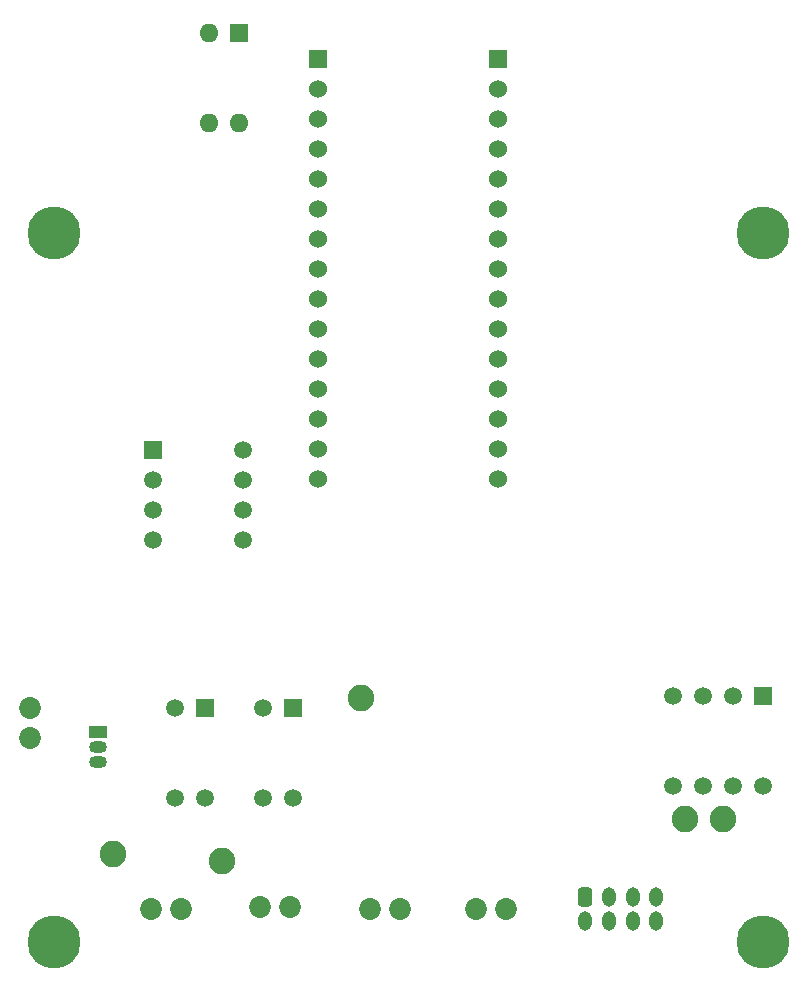
<source format=gbr>
%TF.GenerationSoftware,KiCad,Pcbnew,7.0.1-0*%
%TF.CreationDate,2023-05-22T13:59:50+09:00*%
%TF.ProjectId,FlightModule,466c6967-6874-44d6-9f64-756c652e6b69,rev?*%
%TF.SameCoordinates,Original*%
%TF.FileFunction,Soldermask,Bot*%
%TF.FilePolarity,Negative*%
%FSLAX46Y46*%
G04 Gerber Fmt 4.6, Leading zero omitted, Abs format (unit mm)*
G04 Created by KiCad (PCBNEW 7.0.1-0) date 2023-05-22 13:59:50*
%MOMM*%
%LPD*%
G01*
G04 APERTURE LIST*
G04 Aperture macros list*
%AMRoundRect*
0 Rectangle with rounded corners*
0 $1 Rounding radius*
0 $2 $3 $4 $5 $6 $7 $8 $9 X,Y pos of 4 corners*
0 Add a 4 corners polygon primitive as box body*
4,1,4,$2,$3,$4,$5,$6,$7,$8,$9,$2,$3,0*
0 Add four circle primitives for the rounded corners*
1,1,$1+$1,$2,$3*
1,1,$1+$1,$4,$5*
1,1,$1+$1,$6,$7*
1,1,$1+$1,$8,$9*
0 Add four rect primitives between the rounded corners*
20,1,$1+$1,$2,$3,$4,$5,0*
20,1,$1+$1,$4,$5,$6,$7,0*
20,1,$1+$1,$6,$7,$8,$9,0*
20,1,$1+$1,$8,$9,$2,$3,0*%
G04 Aperture macros list end*
%ADD10C,1.853200*%
%ADD11C,4.500000*%
%ADD12R,1.500000X1.050000*%
%ADD13O,1.500000X1.050000*%
%ADD14R,1.500000X1.500000*%
%ADD15C,1.500000*%
%ADD16C,2.250000*%
%ADD17R,1.530000X1.530000*%
%ADD18C,1.530000*%
%ADD19R,1.600000X1.600000*%
%ADD20O,1.600000X1.600000*%
%ADD21RoundRect,0.250000X-0.350000X-0.560000X0.350000X-0.560000X0.350000X0.560000X-0.350000X0.560000X0*%
%ADD22O,1.200000X1.650000*%
G04 APERTURE END LIST*
D10*
%TO.C,J5*%
X126730000Y-132190000D03*
X129270000Y-132190000D03*
%TD*%
D11*
%TO.C,REF\u002A\u002A*%
X178500000Y-75000000D03*
%TD*%
D12*
%TO.C,Q1*%
X122200000Y-117230000D03*
D13*
X122200000Y-118500000D03*
X122200000Y-119770000D03*
%TD*%
D14*
%TO.C,U1*%
X178508750Y-114200000D03*
D15*
X175968750Y-114200000D03*
X173428750Y-114200000D03*
X170888750Y-114200000D03*
X170888750Y-121820000D03*
X173428750Y-121820000D03*
X175968750Y-121820000D03*
X178508750Y-121820000D03*
%TD*%
D10*
%TO.C,J4*%
X135980000Y-132090000D03*
X138520000Y-132090000D03*
%TD*%
D14*
%TO.C,U4*%
X131275000Y-115200000D03*
D15*
X128735000Y-115200000D03*
X128735000Y-122820000D03*
X131275000Y-122820000D03*
%TD*%
D14*
%TO.C,U3*%
X138775000Y-115200000D03*
D15*
X136235000Y-115200000D03*
X136235000Y-122820000D03*
X138775000Y-122820000D03*
%TD*%
D10*
%TO.C,J6*%
X116485000Y-115230000D03*
X116485000Y-117770000D03*
%TD*%
D11*
%TO.C,REF\u002A\u002A*%
X118500000Y-135000000D03*
%TD*%
D14*
%TO.C,U5*%
X126880000Y-93380000D03*
D15*
X126880000Y-95920000D03*
X126880000Y-98460000D03*
X126880000Y-101000000D03*
X134500000Y-101000000D03*
X134500000Y-98460000D03*
X134500000Y-95920000D03*
X134500000Y-93380000D03*
%TD*%
D10*
%TO.C,J2*%
X145230000Y-132190000D03*
X147770000Y-132190000D03*
%TD*%
D11*
%TO.C,e*%
X178500000Y-135000000D03*
%TD*%
D16*
%TO.C,TP3*%
X123500000Y-127600000D03*
%TD*%
D10*
%TO.C,J3*%
X154230000Y-132190000D03*
X156770000Y-132190000D03*
%TD*%
D17*
%TO.C,U2*%
X140880000Y-60220000D03*
D18*
X140880000Y-62760000D03*
X140880000Y-65300000D03*
X140880000Y-67840000D03*
X140880000Y-70380000D03*
X140880000Y-72920000D03*
X140880000Y-75460000D03*
X140880000Y-78000000D03*
X140880000Y-80540000D03*
X140880000Y-83080000D03*
X140880000Y-85620000D03*
X140880000Y-88160000D03*
X140880000Y-90700000D03*
X140880000Y-93240000D03*
X140880000Y-95780000D03*
D17*
X156120000Y-60220000D03*
D18*
X156120000Y-62760000D03*
X156120000Y-65300000D03*
X156120000Y-67840000D03*
X156120000Y-70380000D03*
X156120000Y-72920000D03*
X156120000Y-75460000D03*
X156120000Y-78000000D03*
X156120000Y-80540000D03*
X156120000Y-83080000D03*
X156120000Y-85620000D03*
X156120000Y-88160000D03*
X156120000Y-90700000D03*
X156120000Y-93240000D03*
X156120000Y-95780000D03*
%TD*%
D19*
%TO.C,SW1*%
X134150000Y-58075000D03*
D20*
X131610000Y-58075000D03*
X131610000Y-65695000D03*
X134150000Y-65695000D03*
%TD*%
D16*
%TO.C,TP2*%
X171900000Y-124600000D03*
%TD*%
D11*
%TO.C,REF\u002A\u002A*%
X118500000Y-75000000D03*
%TD*%
D16*
%TO.C,TP1*%
X175100000Y-124600000D03*
%TD*%
D21*
%TO.C,J1*%
X163500000Y-131200000D03*
D22*
X163500000Y-133200000D03*
X165500000Y-131200000D03*
X165500000Y-133200000D03*
X167500000Y-131200000D03*
X167500000Y-133200000D03*
X169500000Y-131200000D03*
X169500000Y-133200000D03*
%TD*%
D16*
%TO.C,TP4*%
X132700000Y-128200000D03*
%TD*%
%TO.C,TP5*%
X144500000Y-114400000D03*
%TD*%
M02*

</source>
